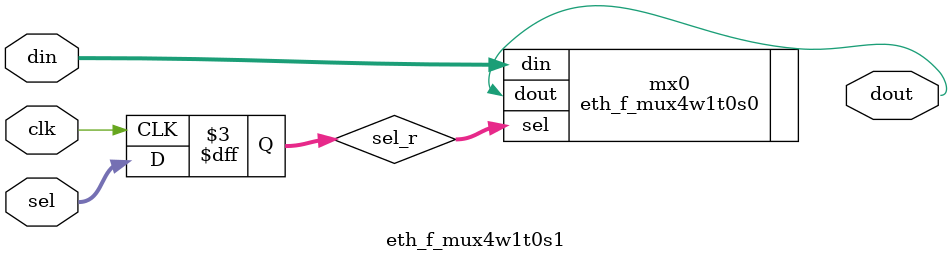
<source format=v>


`timescale 1ps/1ps


module eth_f_mux4w1t0s1 #(
    parameter SIM_EMULATE = 1'b0
) (
    input clk,
    input [3:0] din,
    input [1:0] sel,
    output dout
);

reg [1:0] sel_r = 2'b0 /* synthesis preserve */;
always @(posedge clk) sel_r <= sel;

eth_f_mux4w1t0s0 mx0 (
    .din(din),
    .sel(sel_r),
    .dout(dout)
);
defparam mx0 .SIM_EMULATE = SIM_EMULATE;

endmodule

`ifdef QUESTA_INTEL_OEM
`pragma questa_oem_00 "HEQcwkIk4AJUnyybgwol/5f4LNrpC62dnM4HE75Mb8kxROzHwkOVqUjjNakwyQUVn3rWDca7QqKGruQoj2QI6diWrHBuVPm2ePzJYe0opoRKRsrSLsozd6ihfZo7Y4AobDGlA0sx1RWdC2xxmhs6EhsIEYbW0OeABq8z3YlmhZOCNJP7S54htV6uHLAYjjaGmL7pkx5+dyKYUHnNRVlphInbKBlJ9OHWSVdDlWH+1Xa52imwrLEl9XiNFBDEKtIosHFtvy/bHHfJSQdZ2AyHiV1eFeu8Ff2J+MTT+sdFQHWqFhf1vF9ncmPTliqFsHuuedkNOwFqBtJvSl88VseNU8wM3Yz+K5sVlK6ruQrEs0FV0fG3QwYSIX266RHr/JGtD0X8/JJFnOqTxEQaD2cjCPhvBxbXoyAmLRg6/FpvvWg4epMW+qgNcfDTUi7DYyPgHG542dYrHDfa7buARMDPGzz9jHCTI01nqoCpFT7LZuV7ZdXqFdn7zgkUc3oKEALv0KVWNcM2Ddm+nBH+rVFIlHonspmzD7nN5iv5WfCoEs2/XeVpz/FSyG/eMz6Q52VGz7C6InMrwVPzFQaOqkITP1aoroUlHsFwz6qdRv3Thd4/pLdSI63CeAZV4gHYvCxk1+WvyNng3fE6H7cMOxf3enT2gzsCUnY85PW7wdHQrQB2JtCFhrsG9Cvq34EBvUkSXBEDHchwASl136qY58nmaEcVhlf+8s4tr6bmD9xPp4VL45GfsMB35OrCLn9gUKQ2wr35sD7G5XWqSrHK3SeBIc1hxnkbMyO2co8QKjrkC4OdeENi/REE4J/sfSopkh9wJxpJFlkoxA8EJAvXOYh2a5h0IxSZHin9C9Zi9GSJEES0fRiVV8P1/und3wgJypaG3HT4N3sALRNYes3h5w3gT5T1XEfbbZoZA4K/PeOsJrbE0aPADPUfm4LAPBhhsP0CaZO65Io2a3xKLbXc42SiwP+W2KlhsaCeyZdDhq0Cc/Sd8qwClU+Cwc5rMJ/g+BCa"
`endif
</source>
